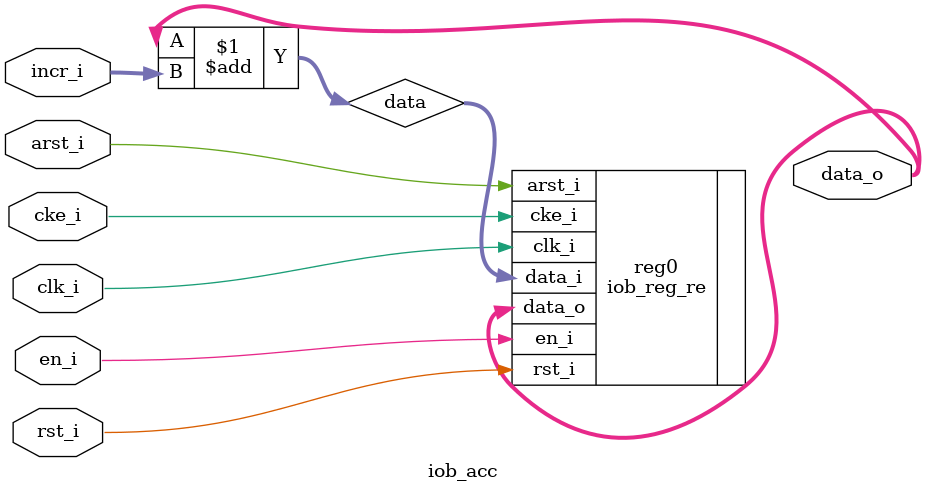
<source format=v>
`timescale 1ns / 1ps

module iob_acc
  #(
    parameter DATA_W = 32,
    parameter RST_VAL = 0
    )
   (
    input               clk_i,
    input               arst_i,
    input               cke_i,

    input               rst_i,
    input               en_i,

    input [DATA_W-1:0]  incr_i,
    output [DATA_W-1:0] data_o
    );

   wire [DATA_W-1:0]    data;
   assign data = data_o + incr_i;

   iob_reg_re #(DATA_W, RST_VAL) reg0
     (
      .clk_i(clk_i),
      .arst_i(arst_i),
      .cke_i(cke_i),

      .rst_i(rst_i),
      .en_i(en_i),

      .data_i(data),
      .data_o(data_o)
      );

endmodule

</source>
